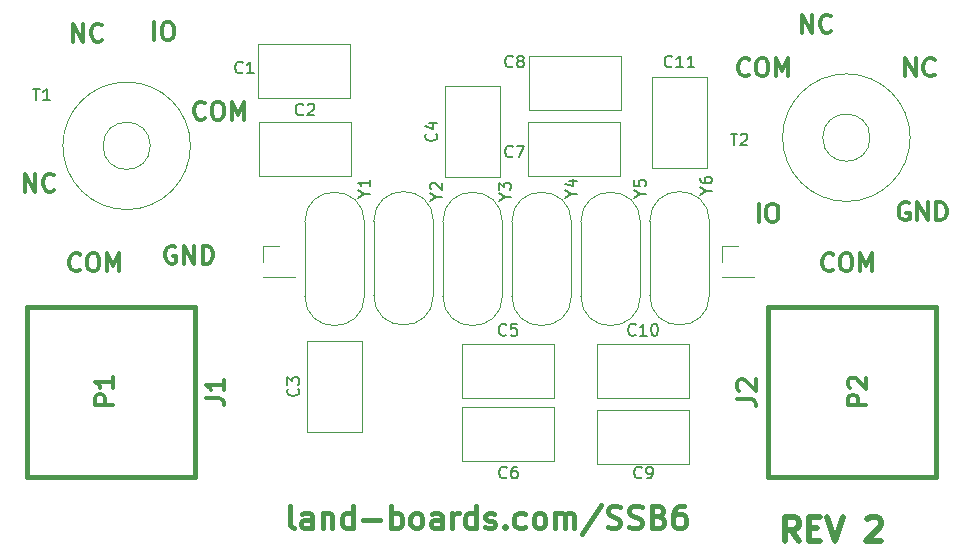
<source format=gto>
G04 #@! TF.GenerationSoftware,KiCad,Pcbnew,(5.1.10)-1*
G04 #@! TF.CreationDate,2021-10-22T12:58:51-04:00*
G04 #@! TF.ProjectId,SSB6,53534236-2e6b-4696-9361-645f70636258,1*
G04 #@! TF.SameCoordinates,PX8c7ecc0PY46649b0*
G04 #@! TF.FileFunction,Legend,Top*
G04 #@! TF.FilePolarity,Positive*
%FSLAX46Y46*%
G04 Gerber Fmt 4.6, Leading zero omitted, Abs format (unit mm)*
G04 Created by KiCad (PCBNEW (5.1.10)-1) date 2021-10-22 12:58:51*
%MOMM*%
%LPD*%
G01*
G04 APERTURE LIST*
%ADD10C,0.304800*%
%ADD11C,0.500000*%
%ADD12C,0.412750*%
%ADD13C,0.381000*%
%ADD14C,0.120000*%
%ADD15C,0.150000*%
G04 APERTURE END LIST*
D10*
X-109508429Y24723572D02*
X-109508429Y26247572D01*
X-108637572Y24723572D01*
X-108637572Y26247572D01*
X-107041000Y24868715D02*
X-107113572Y24796143D01*
X-107331286Y24723572D01*
X-107476429Y24723572D01*
X-107694143Y24796143D01*
X-107839286Y24941286D01*
X-107911858Y25086429D01*
X-107984429Y25376715D01*
X-107984429Y25594429D01*
X-107911858Y25884715D01*
X-107839286Y26029858D01*
X-107694143Y26175000D01*
X-107476429Y26247572D01*
X-107331286Y26247572D01*
X-107113572Y26175000D01*
X-107041000Y26102429D01*
X-113572429Y12023572D02*
X-113572429Y13547572D01*
X-112701572Y12023572D01*
X-112701572Y13547572D01*
X-111105000Y12168715D02*
X-111177572Y12096143D01*
X-111395286Y12023572D01*
X-111540429Y12023572D01*
X-111758143Y12096143D01*
X-111903286Y12241286D01*
X-111975858Y12386429D01*
X-112048429Y12676715D01*
X-112048429Y12894429D01*
X-111975858Y13184715D01*
X-111903286Y13329858D01*
X-111758143Y13475000D01*
X-111540429Y13547572D01*
X-111395286Y13547572D01*
X-111177572Y13475000D01*
X-111105000Y13402429D01*
X-47786429Y25485572D02*
X-47786429Y27009572D01*
X-46915572Y25485572D01*
X-46915572Y27009572D01*
X-45319000Y25630715D02*
X-45391572Y25558143D01*
X-45609286Y25485572D01*
X-45754429Y25485572D01*
X-45972143Y25558143D01*
X-46117286Y25703286D01*
X-46189858Y25848429D01*
X-46262429Y26138715D01*
X-46262429Y26356429D01*
X-46189858Y26646715D01*
X-46117286Y26791858D01*
X-45972143Y26937000D01*
X-45754429Y27009572D01*
X-45609286Y27009572D01*
X-45391572Y26937000D01*
X-45319000Y26864429D01*
X-39023429Y21802572D02*
X-39023429Y23326572D01*
X-38152572Y21802572D01*
X-38152572Y23326572D01*
X-36556000Y21947715D02*
X-36628572Y21875143D01*
X-36846286Y21802572D01*
X-36991429Y21802572D01*
X-37209143Y21875143D01*
X-37354286Y22020286D01*
X-37426858Y22165429D01*
X-37499429Y22455715D01*
X-37499429Y22673429D01*
X-37426858Y22963715D01*
X-37354286Y23108858D01*
X-37209143Y23254000D01*
X-36991429Y23326572D01*
X-36846286Y23326572D01*
X-36628572Y23254000D01*
X-36556000Y23181429D01*
X-100836143Y7379000D02*
X-100981286Y7451572D01*
X-101199000Y7451572D01*
X-101416715Y7379000D01*
X-101561858Y7233858D01*
X-101634429Y7088715D01*
X-101707000Y6798429D01*
X-101707000Y6580715D01*
X-101634429Y6290429D01*
X-101561858Y6145286D01*
X-101416715Y6000143D01*
X-101199000Y5927572D01*
X-101053858Y5927572D01*
X-100836143Y6000143D01*
X-100763572Y6072715D01*
X-100763572Y6580715D01*
X-101053858Y6580715D01*
X-100110429Y5927572D02*
X-100110429Y7451572D01*
X-99239572Y5927572D01*
X-99239572Y7451572D01*
X-98513858Y5927572D02*
X-98513858Y7451572D01*
X-98151000Y7451572D01*
X-97933286Y7379000D01*
X-97788143Y7233858D01*
X-97715572Y7088715D01*
X-97643000Y6798429D01*
X-97643000Y6580715D01*
X-97715572Y6290429D01*
X-97788143Y6145286D01*
X-97933286Y6000143D01*
X-98151000Y5927572D01*
X-98513858Y5927572D01*
X-102632286Y24850572D02*
X-102632286Y26374572D01*
X-101616286Y26374572D02*
X-101326000Y26374572D01*
X-101180858Y26302000D01*
X-101035715Y26156858D01*
X-100963143Y25866572D01*
X-100963143Y25358572D01*
X-101035715Y25068286D01*
X-101180858Y24923143D01*
X-101326000Y24850572D01*
X-101616286Y24850572D01*
X-101761429Y24923143D01*
X-101906572Y25068286D01*
X-101979143Y25358572D01*
X-101979143Y25866572D01*
X-101906572Y26156858D01*
X-101761429Y26302000D01*
X-101616286Y26374572D01*
X-108873429Y5437715D02*
X-108946000Y5365143D01*
X-109163715Y5292572D01*
X-109308858Y5292572D01*
X-109526572Y5365143D01*
X-109671715Y5510286D01*
X-109744286Y5655429D01*
X-109816858Y5945715D01*
X-109816858Y6163429D01*
X-109744286Y6453715D01*
X-109671715Y6598858D01*
X-109526572Y6744000D01*
X-109308858Y6816572D01*
X-109163715Y6816572D01*
X-108946000Y6744000D01*
X-108873429Y6671429D01*
X-107930000Y6816572D02*
X-107639715Y6816572D01*
X-107494572Y6744000D01*
X-107349429Y6598858D01*
X-107276858Y6308572D01*
X-107276858Y5800572D01*
X-107349429Y5510286D01*
X-107494572Y5365143D01*
X-107639715Y5292572D01*
X-107930000Y5292572D01*
X-108075143Y5365143D01*
X-108220286Y5510286D01*
X-108292858Y5800572D01*
X-108292858Y6308572D01*
X-108220286Y6598858D01*
X-108075143Y6744000D01*
X-107930000Y6816572D01*
X-106623715Y5292572D02*
X-106623715Y6816572D01*
X-106115715Y5728000D01*
X-105607715Y6816572D01*
X-105607715Y5292572D01*
X-98332429Y18264715D02*
X-98405000Y18192143D01*
X-98622715Y18119572D01*
X-98767858Y18119572D01*
X-98985572Y18192143D01*
X-99130715Y18337286D01*
X-99203286Y18482429D01*
X-99275858Y18772715D01*
X-99275858Y18990429D01*
X-99203286Y19280715D01*
X-99130715Y19425858D01*
X-98985572Y19571000D01*
X-98767858Y19643572D01*
X-98622715Y19643572D01*
X-98405000Y19571000D01*
X-98332429Y19498429D01*
X-97389000Y19643572D02*
X-97098715Y19643572D01*
X-96953572Y19571000D01*
X-96808429Y19425858D01*
X-96735858Y19135572D01*
X-96735858Y18627572D01*
X-96808429Y18337286D01*
X-96953572Y18192143D01*
X-97098715Y18119572D01*
X-97389000Y18119572D01*
X-97534143Y18192143D01*
X-97679286Y18337286D01*
X-97751858Y18627572D01*
X-97751858Y19135572D01*
X-97679286Y19425858D01*
X-97534143Y19571000D01*
X-97389000Y19643572D01*
X-96082715Y18119572D02*
X-96082715Y19643572D01*
X-95574715Y18555000D01*
X-95066715Y19643572D01*
X-95066715Y18119572D01*
X-52231429Y21947715D02*
X-52304000Y21875143D01*
X-52521715Y21802572D01*
X-52666858Y21802572D01*
X-52884572Y21875143D01*
X-53029715Y22020286D01*
X-53102286Y22165429D01*
X-53174858Y22455715D01*
X-53174858Y22673429D01*
X-53102286Y22963715D01*
X-53029715Y23108858D01*
X-52884572Y23254000D01*
X-52666858Y23326572D01*
X-52521715Y23326572D01*
X-52304000Y23254000D01*
X-52231429Y23181429D01*
X-51288000Y23326572D02*
X-50997715Y23326572D01*
X-50852572Y23254000D01*
X-50707429Y23108858D01*
X-50634858Y22818572D01*
X-50634858Y22310572D01*
X-50707429Y22020286D01*
X-50852572Y21875143D01*
X-50997715Y21802572D01*
X-51288000Y21802572D01*
X-51433143Y21875143D01*
X-51578286Y22020286D01*
X-51650858Y22310572D01*
X-51650858Y22818572D01*
X-51578286Y23108858D01*
X-51433143Y23254000D01*
X-51288000Y23326572D01*
X-49981715Y21802572D02*
X-49981715Y23326572D01*
X-49473715Y22238000D01*
X-48965715Y23326572D01*
X-48965715Y21802572D01*
X-51451286Y9483572D02*
X-51451286Y11007572D01*
X-50435286Y11007572D02*
X-50145000Y11007572D01*
X-49999858Y10935000D01*
X-49854715Y10789858D01*
X-49782143Y10499572D01*
X-49782143Y9991572D01*
X-49854715Y9701286D01*
X-49999858Y9556143D01*
X-50145000Y9483572D01*
X-50435286Y9483572D01*
X-50580429Y9556143D01*
X-50725572Y9701286D01*
X-50798143Y9991572D01*
X-50798143Y10499572D01*
X-50725572Y10789858D01*
X-50580429Y10935000D01*
X-50435286Y11007572D01*
X-45119429Y5437715D02*
X-45192000Y5365143D01*
X-45409715Y5292572D01*
X-45554858Y5292572D01*
X-45772572Y5365143D01*
X-45917715Y5510286D01*
X-45990286Y5655429D01*
X-46062858Y5945715D01*
X-46062858Y6163429D01*
X-45990286Y6453715D01*
X-45917715Y6598858D01*
X-45772572Y6744000D01*
X-45554858Y6816572D01*
X-45409715Y6816572D01*
X-45192000Y6744000D01*
X-45119429Y6671429D01*
X-44176000Y6816572D02*
X-43885715Y6816572D01*
X-43740572Y6744000D01*
X-43595429Y6598858D01*
X-43522858Y6308572D01*
X-43522858Y5800572D01*
X-43595429Y5510286D01*
X-43740572Y5365143D01*
X-43885715Y5292572D01*
X-44176000Y5292572D01*
X-44321143Y5365143D01*
X-44466286Y5510286D01*
X-44538858Y5800572D01*
X-44538858Y6308572D01*
X-44466286Y6598858D01*
X-44321143Y6744000D01*
X-44176000Y6816572D01*
X-42869715Y5292572D02*
X-42869715Y6816572D01*
X-42361715Y5728000D01*
X-41853715Y6816572D01*
X-41853715Y5292572D01*
X-38733143Y11062000D02*
X-38878286Y11134572D01*
X-39096000Y11134572D01*
X-39313715Y11062000D01*
X-39458858Y10916858D01*
X-39531429Y10771715D01*
X-39604000Y10481429D01*
X-39604000Y10263715D01*
X-39531429Y9973429D01*
X-39458858Y9828286D01*
X-39313715Y9683143D01*
X-39096000Y9610572D01*
X-38950858Y9610572D01*
X-38733143Y9683143D01*
X-38660572Y9755715D01*
X-38660572Y10263715D01*
X-38950858Y10263715D01*
X-38007429Y9610572D02*
X-38007429Y11134572D01*
X-37136572Y9610572D01*
X-37136572Y11134572D01*
X-36410858Y9610572D02*
X-36410858Y11134572D01*
X-36048000Y11134572D01*
X-35830286Y11062000D01*
X-35685143Y10916858D01*
X-35612572Y10771715D01*
X-35540000Y10481429D01*
X-35540000Y10263715D01*
X-35612572Y9973429D01*
X-35685143Y9828286D01*
X-35830286Y9683143D01*
X-36048000Y9610572D01*
X-36410858Y9610572D01*
D11*
X-48049143Y-17528761D02*
X-48715810Y-16576380D01*
X-49192000Y-17528761D02*
X-49192000Y-15528761D01*
X-48430096Y-15528761D01*
X-48239620Y-15624000D01*
X-48144381Y-15719238D01*
X-48049143Y-15909714D01*
X-48049143Y-16195428D01*
X-48144381Y-16385904D01*
X-48239620Y-16481142D01*
X-48430096Y-16576380D01*
X-49192000Y-16576380D01*
X-47192000Y-16481142D02*
X-46525334Y-16481142D01*
X-46239620Y-17528761D02*
X-47192000Y-17528761D01*
X-47192000Y-15528761D01*
X-46239620Y-15528761D01*
X-45668191Y-15528761D02*
X-45001524Y-17528761D01*
X-44334858Y-15528761D01*
X-42239620Y-15719238D02*
X-42144381Y-15624000D01*
X-41953905Y-15528761D01*
X-41477715Y-15528761D01*
X-41287239Y-15624000D01*
X-41192000Y-15719238D01*
X-41096762Y-15909714D01*
X-41096762Y-16100190D01*
X-41192000Y-16385904D01*
X-42334858Y-17528761D01*
X-41096762Y-17528761D01*
D12*
X-90821286Y-16469785D02*
X-91002715Y-16379071D01*
X-91093429Y-16197642D01*
X-91093429Y-14564785D01*
X-89279143Y-16469785D02*
X-89279143Y-15471928D01*
X-89369858Y-15290500D01*
X-89551286Y-15199785D01*
X-89914143Y-15199785D01*
X-90095572Y-15290500D01*
X-89279143Y-16379071D02*
X-89460572Y-16469785D01*
X-89914143Y-16469785D01*
X-90095572Y-16379071D01*
X-90186286Y-16197642D01*
X-90186286Y-16016214D01*
X-90095572Y-15834785D01*
X-89914143Y-15744071D01*
X-89460572Y-15744071D01*
X-89279143Y-15653357D01*
X-88372000Y-15199785D02*
X-88372000Y-16469785D01*
X-88372000Y-15381214D02*
X-88281286Y-15290500D01*
X-88099858Y-15199785D01*
X-87827715Y-15199785D01*
X-87646286Y-15290500D01*
X-87555572Y-15471928D01*
X-87555572Y-16469785D01*
X-85832000Y-16469785D02*
X-85832000Y-14564785D01*
X-85832000Y-16379071D02*
X-86013429Y-16469785D01*
X-86376286Y-16469785D01*
X-86557715Y-16379071D01*
X-86648429Y-16288357D01*
X-86739143Y-16106928D01*
X-86739143Y-15562642D01*
X-86648429Y-15381214D01*
X-86557715Y-15290500D01*
X-86376286Y-15199785D01*
X-86013429Y-15199785D01*
X-85832000Y-15290500D01*
X-84924858Y-15744071D02*
X-83473429Y-15744071D01*
X-82566286Y-16469785D02*
X-82566286Y-14564785D01*
X-82566286Y-15290500D02*
X-82384858Y-15199785D01*
X-82022000Y-15199785D01*
X-81840572Y-15290500D01*
X-81749858Y-15381214D01*
X-81659143Y-15562642D01*
X-81659143Y-16106928D01*
X-81749858Y-16288357D01*
X-81840572Y-16379071D01*
X-82022000Y-16469785D01*
X-82384858Y-16469785D01*
X-82566286Y-16379071D01*
X-80570572Y-16469785D02*
X-80752000Y-16379071D01*
X-80842715Y-16288357D01*
X-80933429Y-16106928D01*
X-80933429Y-15562642D01*
X-80842715Y-15381214D01*
X-80752000Y-15290500D01*
X-80570572Y-15199785D01*
X-80298429Y-15199785D01*
X-80117000Y-15290500D01*
X-80026286Y-15381214D01*
X-79935572Y-15562642D01*
X-79935572Y-16106928D01*
X-80026286Y-16288357D01*
X-80117000Y-16379071D01*
X-80298429Y-16469785D01*
X-80570572Y-16469785D01*
X-78302715Y-16469785D02*
X-78302715Y-15471928D01*
X-78393429Y-15290500D01*
X-78574858Y-15199785D01*
X-78937715Y-15199785D01*
X-79119143Y-15290500D01*
X-78302715Y-16379071D02*
X-78484143Y-16469785D01*
X-78937715Y-16469785D01*
X-79119143Y-16379071D01*
X-79209858Y-16197642D01*
X-79209858Y-16016214D01*
X-79119143Y-15834785D01*
X-78937715Y-15744071D01*
X-78484143Y-15744071D01*
X-78302715Y-15653357D01*
X-77395572Y-16469785D02*
X-77395572Y-15199785D01*
X-77395572Y-15562642D02*
X-77304858Y-15381214D01*
X-77214143Y-15290500D01*
X-77032715Y-15199785D01*
X-76851286Y-15199785D01*
X-75399858Y-16469785D02*
X-75399858Y-14564785D01*
X-75399858Y-16379071D02*
X-75581286Y-16469785D01*
X-75944143Y-16469785D01*
X-76125572Y-16379071D01*
X-76216286Y-16288357D01*
X-76307000Y-16106928D01*
X-76307000Y-15562642D01*
X-76216286Y-15381214D01*
X-76125572Y-15290500D01*
X-75944143Y-15199785D01*
X-75581286Y-15199785D01*
X-75399858Y-15290500D01*
X-74583429Y-16379071D02*
X-74402000Y-16469785D01*
X-74039143Y-16469785D01*
X-73857715Y-16379071D01*
X-73767000Y-16197642D01*
X-73767000Y-16106928D01*
X-73857715Y-15925500D01*
X-74039143Y-15834785D01*
X-74311286Y-15834785D01*
X-74492715Y-15744071D01*
X-74583429Y-15562642D01*
X-74583429Y-15471928D01*
X-74492715Y-15290500D01*
X-74311286Y-15199785D01*
X-74039143Y-15199785D01*
X-73857715Y-15290500D01*
X-72950572Y-16288357D02*
X-72859858Y-16379071D01*
X-72950572Y-16469785D01*
X-73041286Y-16379071D01*
X-72950572Y-16288357D01*
X-72950572Y-16469785D01*
X-71227000Y-16379071D02*
X-71408429Y-16469785D01*
X-71771286Y-16469785D01*
X-71952715Y-16379071D01*
X-72043429Y-16288357D01*
X-72134143Y-16106928D01*
X-72134143Y-15562642D01*
X-72043429Y-15381214D01*
X-71952715Y-15290500D01*
X-71771286Y-15199785D01*
X-71408429Y-15199785D01*
X-71227000Y-15290500D01*
X-70138429Y-16469785D02*
X-70319858Y-16379071D01*
X-70410572Y-16288357D01*
X-70501286Y-16106928D01*
X-70501286Y-15562642D01*
X-70410572Y-15381214D01*
X-70319858Y-15290500D01*
X-70138429Y-15199785D01*
X-69866286Y-15199785D01*
X-69684858Y-15290500D01*
X-69594143Y-15381214D01*
X-69503429Y-15562642D01*
X-69503429Y-16106928D01*
X-69594143Y-16288357D01*
X-69684858Y-16379071D01*
X-69866286Y-16469785D01*
X-70138429Y-16469785D01*
X-68687000Y-16469785D02*
X-68687000Y-15199785D01*
X-68687000Y-15381214D02*
X-68596286Y-15290500D01*
X-68414858Y-15199785D01*
X-68142715Y-15199785D01*
X-67961286Y-15290500D01*
X-67870572Y-15471928D01*
X-67870572Y-16469785D01*
X-67870572Y-15471928D02*
X-67779858Y-15290500D01*
X-67598429Y-15199785D01*
X-67326286Y-15199785D01*
X-67144858Y-15290500D01*
X-67054143Y-15471928D01*
X-67054143Y-16469785D01*
X-64786286Y-14474071D02*
X-66419143Y-16923357D01*
X-64242000Y-16379071D02*
X-63969858Y-16469785D01*
X-63516286Y-16469785D01*
X-63334858Y-16379071D01*
X-63244143Y-16288357D01*
X-63153429Y-16106928D01*
X-63153429Y-15925500D01*
X-63244143Y-15744071D01*
X-63334858Y-15653357D01*
X-63516286Y-15562642D01*
X-63879143Y-15471928D01*
X-64060572Y-15381214D01*
X-64151286Y-15290500D01*
X-64242000Y-15109071D01*
X-64242000Y-14927642D01*
X-64151286Y-14746214D01*
X-64060572Y-14655500D01*
X-63879143Y-14564785D01*
X-63425572Y-14564785D01*
X-63153429Y-14655500D01*
X-62427715Y-16379071D02*
X-62155572Y-16469785D01*
X-61702000Y-16469785D01*
X-61520572Y-16379071D01*
X-61429858Y-16288357D01*
X-61339143Y-16106928D01*
X-61339143Y-15925500D01*
X-61429858Y-15744071D01*
X-61520572Y-15653357D01*
X-61702000Y-15562642D01*
X-62064858Y-15471928D01*
X-62246286Y-15381214D01*
X-62337000Y-15290500D01*
X-62427715Y-15109071D01*
X-62427715Y-14927642D01*
X-62337000Y-14746214D01*
X-62246286Y-14655500D01*
X-62064858Y-14564785D01*
X-61611286Y-14564785D01*
X-61339143Y-14655500D01*
X-59887715Y-15471928D02*
X-59615572Y-15562642D01*
X-59524858Y-15653357D01*
X-59434143Y-15834785D01*
X-59434143Y-16106928D01*
X-59524858Y-16288357D01*
X-59615572Y-16379071D01*
X-59797000Y-16469785D01*
X-60522715Y-16469785D01*
X-60522715Y-14564785D01*
X-59887715Y-14564785D01*
X-59706286Y-14655500D01*
X-59615572Y-14746214D01*
X-59524858Y-14927642D01*
X-59524858Y-15109071D01*
X-59615572Y-15290500D01*
X-59706286Y-15381214D01*
X-59887715Y-15471928D01*
X-60522715Y-15471928D01*
X-57801286Y-14564785D02*
X-58164143Y-14564785D01*
X-58345572Y-14655500D01*
X-58436286Y-14746214D01*
X-58617715Y-15018357D01*
X-58708429Y-15381214D01*
X-58708429Y-16106928D01*
X-58617715Y-16288357D01*
X-58527000Y-16379071D01*
X-58345572Y-16469785D01*
X-57982715Y-16469785D01*
X-57801286Y-16379071D01*
X-57710572Y-16288357D01*
X-57619858Y-16106928D01*
X-57619858Y-15653357D01*
X-57710572Y-15471928D01*
X-57801286Y-15381214D01*
X-57982715Y-15290500D01*
X-58345572Y-15290500D01*
X-58527000Y-15381214D01*
X-58617715Y-15471928D01*
X-58708429Y-15653357D01*
D13*
X-50645380Y2248200D02*
X-50645380Y-12151060D01*
X-36426460Y-12151060D02*
X-50627600Y-12151060D01*
X-36431540Y2253280D02*
X-36431540Y-12145980D01*
X-50627600Y2248200D02*
X-36426460Y2248200D01*
X-99174620Y-12128200D02*
X-99174620Y2271060D01*
X-113393540Y2271060D02*
X-99192400Y2271060D01*
X-113388460Y-12133280D02*
X-113388460Y2265980D01*
X-99192400Y-12128200D02*
X-113393540Y-12128200D01*
D14*
X-86066000Y24559000D02*
X-86066000Y19917000D01*
X-93806000Y24559000D02*
X-93806000Y19917000D01*
X-93806000Y19917000D02*
X-86066000Y19917000D01*
X-93806000Y24559000D02*
X-86066000Y24559000D01*
X-85986000Y13313000D02*
X-93726000Y13313000D01*
X-85986000Y17955000D02*
X-93726000Y17955000D01*
X-85986000Y13313000D02*
X-85986000Y17955000D01*
X-93726000Y13313000D02*
X-93726000Y17955000D01*
X-89677000Y-602000D02*
X-85035000Y-602000D01*
X-89677000Y-8342000D02*
X-85035000Y-8342000D01*
X-85035000Y-8342000D02*
X-85035000Y-602000D01*
X-89677000Y-8342000D02*
X-89677000Y-602000D01*
X-77993000Y20988000D02*
X-73351000Y20988000D01*
X-77993000Y13248000D02*
X-73351000Y13248000D01*
X-73351000Y13248000D02*
X-73351000Y20988000D01*
X-77993000Y13248000D02*
X-77993000Y20988000D01*
X-76534000Y-841000D02*
X-68794000Y-841000D01*
X-76534000Y-5483000D02*
X-68794000Y-5483000D01*
X-76534000Y-841000D02*
X-76534000Y-5483000D01*
X-68794000Y-841000D02*
X-68794000Y-5483000D01*
X-76534000Y-6175000D02*
X-68794000Y-6175000D01*
X-76534000Y-10817000D02*
X-68794000Y-10817000D01*
X-76534000Y-6175000D02*
X-76534000Y-10817000D01*
X-68794000Y-6175000D02*
X-68794000Y-10817000D01*
X-70946000Y17955000D02*
X-63206000Y17955000D01*
X-70946000Y13313000D02*
X-63206000Y13313000D01*
X-70946000Y17955000D02*
X-70946000Y13313000D01*
X-63206000Y17955000D02*
X-63206000Y13313000D01*
X-70866000Y18901000D02*
X-70866000Y23543000D01*
X-63126000Y18901000D02*
X-63126000Y23543000D01*
X-63126000Y23543000D02*
X-70866000Y23543000D01*
X-63126000Y18901000D02*
X-70866000Y18901000D01*
X-57364000Y-6429000D02*
X-57364000Y-11071000D01*
X-65104000Y-6429000D02*
X-65104000Y-11071000D01*
X-65104000Y-11071000D02*
X-57364000Y-11071000D01*
X-65104000Y-6429000D02*
X-57364000Y-6429000D01*
X-57364000Y-841000D02*
X-57364000Y-5483000D01*
X-65104000Y-841000D02*
X-65104000Y-5483000D01*
X-65104000Y-5483000D02*
X-57364000Y-5483000D01*
X-65104000Y-841000D02*
X-57364000Y-841000D01*
X-60467000Y14010000D02*
X-60467000Y21750000D01*
X-55825000Y14010000D02*
X-55825000Y21750000D01*
X-60467000Y14010000D02*
X-55825000Y14010000D01*
X-60467000Y21750000D02*
X-55825000Y21750000D01*
X-89881000Y9461000D02*
X-89881000Y3211000D01*
X-84831000Y9461000D02*
X-84831000Y3211000D01*
X-89881000Y9461000D02*
G75*
G02*
X-84831000Y9461000I2525000J0D01*
G01*
X-89881000Y3211000D02*
G75*
G03*
X-84831000Y3211000I2525000J0D01*
G01*
X-78197000Y9461000D02*
X-78197000Y3211000D01*
X-73147000Y9461000D02*
X-73147000Y3211000D01*
X-78197000Y9461000D02*
G75*
G02*
X-73147000Y9461000I2525000J0D01*
G01*
X-78197000Y3211000D02*
G75*
G03*
X-73147000Y3211000I2525000J0D01*
G01*
X-67305000Y9461000D02*
X-67305000Y3211000D01*
X-72355000Y9461000D02*
X-72355000Y3211000D01*
X-72355000Y3211000D02*
G75*
G03*
X-67305000Y3211000I2525000J0D01*
G01*
X-72355000Y9461000D02*
G75*
G02*
X-67305000Y9461000I2525000J0D01*
G01*
X-66513000Y9461000D02*
X-66513000Y3211000D01*
X-61463000Y9461000D02*
X-61463000Y3211000D01*
X-66513000Y9461000D02*
G75*
G02*
X-61463000Y9461000I2525000J0D01*
G01*
X-66513000Y3211000D02*
G75*
G03*
X-61463000Y3211000I2525000J0D01*
G01*
X-60671000Y3265000D02*
X-60671000Y9515000D01*
X-55621000Y3265000D02*
X-55621000Y9515000D01*
X-55621000Y9515000D02*
G75*
G03*
X-60671000Y9515000I-2525000J0D01*
G01*
X-55621000Y3265000D02*
G75*
G02*
X-60671000Y3265000I-2525000J0D01*
G01*
X-78989000Y3265000D02*
X-78989000Y9515000D01*
X-84039000Y3265000D02*
X-84039000Y9515000D01*
X-78989000Y3265000D02*
G75*
G02*
X-84039000Y3265000I-2525000J0D01*
G01*
X-78989000Y9515000D02*
G75*
G03*
X-84039000Y9515000I-2525000J0D01*
G01*
X-102958502Y15911000D02*
G75*
G03*
X-102958502Y15911000I-2002498J0D01*
G01*
X-99561000Y15911000D02*
G75*
G03*
X-99561000Y15911000I-5400000J0D01*
G01*
X-38626000Y16602000D02*
G75*
G03*
X-38626000Y16602000I-5400000J0D01*
G01*
X-42023502Y16602000D02*
G75*
G03*
X-42023502Y16602000I-2002498J0D01*
G01*
X-93385000Y4779000D02*
X-90725000Y4779000D01*
X-93385000Y4839000D02*
X-93385000Y4779000D01*
X-90725000Y4839000D02*
X-90725000Y4779000D01*
X-93385000Y4839000D02*
X-90725000Y4839000D01*
X-93385000Y6109000D02*
X-93385000Y7439000D01*
X-93385000Y7439000D02*
X-92055000Y7439000D01*
X-54523000Y7439000D02*
X-53193000Y7439000D01*
X-54523000Y6109000D02*
X-54523000Y7439000D01*
X-54523000Y4839000D02*
X-51863000Y4839000D01*
X-51863000Y4839000D02*
X-51863000Y4779000D01*
X-54523000Y4839000D02*
X-54523000Y4779000D01*
X-54523000Y4779000D02*
X-51863000Y4779000D01*
D10*
X-53297020Y-5515733D02*
X-52117734Y-5515733D01*
X-51881877Y-5594352D01*
X-51724639Y-5751590D01*
X-51646020Y-5987447D01*
X-51646020Y-6144685D01*
X-53139781Y-4808161D02*
X-53218400Y-4729542D01*
X-53297020Y-4572304D01*
X-53297020Y-4179209D01*
X-53218400Y-4021971D01*
X-53139781Y-3943352D01*
X-52982543Y-3864733D01*
X-52825305Y-3864733D01*
X-52589448Y-3943352D01*
X-51646020Y-4886780D01*
X-51646020Y-3864733D01*
X-98261672Y-5422600D02*
X-97173100Y-5422600D01*
X-96955386Y-5495171D01*
X-96810243Y-5640314D01*
X-96737672Y-5858028D01*
X-96737672Y-6003171D01*
X-96737672Y-3898600D02*
X-96737672Y-4769457D01*
X-96737672Y-4334028D02*
X-98261672Y-4334028D01*
X-98043958Y-4479171D01*
X-97898815Y-4624314D01*
X-97826243Y-4769457D01*
D15*
X-95142667Y22134858D02*
X-95190286Y22087239D01*
X-95333143Y22039620D01*
X-95428381Y22039620D01*
X-95571239Y22087239D01*
X-95666477Y22182477D01*
X-95714096Y22277715D01*
X-95761715Y22468191D01*
X-95761715Y22611048D01*
X-95714096Y22801524D01*
X-95666477Y22896762D01*
X-95571239Y22992000D01*
X-95428381Y23039620D01*
X-95333143Y23039620D01*
X-95190286Y22992000D01*
X-95142667Y22944381D01*
X-94190286Y22039620D02*
X-94761715Y22039620D01*
X-94476000Y22039620D02*
X-94476000Y23039620D01*
X-94571239Y22896762D01*
X-94666477Y22801524D01*
X-94761715Y22753905D01*
X-90022667Y18578858D02*
X-90070286Y18531239D01*
X-90213143Y18483620D01*
X-90308381Y18483620D01*
X-90451239Y18531239D01*
X-90546477Y18626477D01*
X-90594096Y18721715D01*
X-90641715Y18912191D01*
X-90641715Y19055048D01*
X-90594096Y19245524D01*
X-90546477Y19340762D01*
X-90451239Y19436000D01*
X-90308381Y19483620D01*
X-90213143Y19483620D01*
X-90070286Y19436000D01*
X-90022667Y19388381D01*
X-89641715Y19388381D02*
X-89594096Y19436000D01*
X-89498858Y19483620D01*
X-89260762Y19483620D01*
X-89165524Y19436000D01*
X-89117905Y19388381D01*
X-89070286Y19293143D01*
X-89070286Y19197905D01*
X-89117905Y19055048D01*
X-89689334Y18483620D01*
X-89070286Y18483620D01*
X-90448858Y-4638666D02*
X-90401239Y-4686285D01*
X-90353620Y-4829142D01*
X-90353620Y-4924380D01*
X-90401239Y-5067238D01*
X-90496477Y-5162476D01*
X-90591715Y-5210095D01*
X-90782191Y-5257714D01*
X-90925048Y-5257714D01*
X-91115524Y-5210095D01*
X-91210762Y-5162476D01*
X-91306000Y-5067238D01*
X-91353620Y-4924380D01*
X-91353620Y-4829142D01*
X-91306000Y-4686285D01*
X-91258381Y-4638666D01*
X-91353620Y-4305333D02*
X-91353620Y-3686285D01*
X-90972667Y-4019619D01*
X-90972667Y-3876761D01*
X-90925048Y-3781523D01*
X-90877429Y-3733904D01*
X-90782191Y-3686285D01*
X-90544096Y-3686285D01*
X-90448858Y-3733904D01*
X-90401239Y-3781523D01*
X-90353620Y-3876761D01*
X-90353620Y-4162476D01*
X-90401239Y-4257714D01*
X-90448858Y-4305333D01*
X-78764858Y16951334D02*
X-78717239Y16903715D01*
X-78669620Y16760858D01*
X-78669620Y16665620D01*
X-78717239Y16522762D01*
X-78812477Y16427524D01*
X-78907715Y16379905D01*
X-79098191Y16332286D01*
X-79241048Y16332286D01*
X-79431524Y16379905D01*
X-79526762Y16427524D01*
X-79622000Y16522762D01*
X-79669620Y16665620D01*
X-79669620Y16760858D01*
X-79622000Y16903715D01*
X-79574381Y16951334D01*
X-79336286Y17808477D02*
X-78669620Y17808477D01*
X-79717239Y17570381D02*
X-79002953Y17332286D01*
X-79002953Y17951334D01*
X-72830667Y-69142D02*
X-72878286Y-116761D01*
X-73021143Y-164380D01*
X-73116381Y-164380D01*
X-73259239Y-116761D01*
X-73354477Y-21523D01*
X-73402096Y73715D01*
X-73449715Y264191D01*
X-73449715Y407048D01*
X-73402096Y597524D01*
X-73354477Y692762D01*
X-73259239Y788000D01*
X-73116381Y835620D01*
X-73021143Y835620D01*
X-72878286Y788000D01*
X-72830667Y740381D01*
X-71925905Y835620D02*
X-72402096Y835620D01*
X-72449715Y359429D01*
X-72402096Y407048D01*
X-72306858Y454667D01*
X-72068762Y454667D01*
X-71973524Y407048D01*
X-71925905Y359429D01*
X-71878286Y264191D01*
X-71878286Y26096D01*
X-71925905Y-69142D01*
X-71973524Y-116761D01*
X-72068762Y-164380D01*
X-72306858Y-164380D01*
X-72402096Y-116761D01*
X-72449715Y-69142D01*
X-72790667Y-12155142D02*
X-72838286Y-12202761D01*
X-72981143Y-12250380D01*
X-73076381Y-12250380D01*
X-73219239Y-12202761D01*
X-73314477Y-12107523D01*
X-73362096Y-12012285D01*
X-73409715Y-11821809D01*
X-73409715Y-11678952D01*
X-73362096Y-11488476D01*
X-73314477Y-11393238D01*
X-73219239Y-11298000D01*
X-73076381Y-11250380D01*
X-72981143Y-11250380D01*
X-72838286Y-11298000D01*
X-72790667Y-11345619D01*
X-71933524Y-11250380D02*
X-72124000Y-11250380D01*
X-72219239Y-11298000D01*
X-72266858Y-11345619D01*
X-72362096Y-11488476D01*
X-72409715Y-11678952D01*
X-72409715Y-12059904D01*
X-72362096Y-12155142D01*
X-72314477Y-12202761D01*
X-72219239Y-12250380D01*
X-72028762Y-12250380D01*
X-71933524Y-12202761D01*
X-71885905Y-12155142D01*
X-71838286Y-12059904D01*
X-71838286Y-11821809D01*
X-71885905Y-11726571D01*
X-71933524Y-11678952D01*
X-72028762Y-11631333D01*
X-72219239Y-11631333D01*
X-72314477Y-11678952D01*
X-72362096Y-11726571D01*
X-72409715Y-11821809D01*
X-72282667Y15022858D02*
X-72330286Y14975239D01*
X-72473143Y14927620D01*
X-72568381Y14927620D01*
X-72711239Y14975239D01*
X-72806477Y15070477D01*
X-72854096Y15165715D01*
X-72901715Y15356191D01*
X-72901715Y15499048D01*
X-72854096Y15689524D01*
X-72806477Y15784762D01*
X-72711239Y15880000D01*
X-72568381Y15927620D01*
X-72473143Y15927620D01*
X-72330286Y15880000D01*
X-72282667Y15832381D01*
X-71949334Y15927620D02*
X-71282667Y15927620D01*
X-71711239Y14927620D01*
X-72282667Y22642858D02*
X-72330286Y22595239D01*
X-72473143Y22547620D01*
X-72568381Y22547620D01*
X-72711239Y22595239D01*
X-72806477Y22690477D01*
X-72854096Y22785715D01*
X-72901715Y22976191D01*
X-72901715Y23119048D01*
X-72854096Y23309524D01*
X-72806477Y23404762D01*
X-72711239Y23500000D01*
X-72568381Y23547620D01*
X-72473143Y23547620D01*
X-72330286Y23500000D01*
X-72282667Y23452381D01*
X-71711239Y23119048D02*
X-71806477Y23166667D01*
X-71854096Y23214286D01*
X-71901715Y23309524D01*
X-71901715Y23357143D01*
X-71854096Y23452381D01*
X-71806477Y23500000D01*
X-71711239Y23547620D01*
X-71520762Y23547620D01*
X-71425524Y23500000D01*
X-71377905Y23452381D01*
X-71330286Y23357143D01*
X-71330286Y23309524D01*
X-71377905Y23214286D01*
X-71425524Y23166667D01*
X-71520762Y23119048D01*
X-71711239Y23119048D01*
X-71806477Y23071429D01*
X-71854096Y23023810D01*
X-71901715Y22928572D01*
X-71901715Y22738096D01*
X-71854096Y22642858D01*
X-71806477Y22595239D01*
X-71711239Y22547620D01*
X-71520762Y22547620D01*
X-71425524Y22595239D01*
X-71377905Y22642858D01*
X-71330286Y22738096D01*
X-71330286Y22928572D01*
X-71377905Y23023810D01*
X-71425524Y23071429D01*
X-71520762Y23119048D01*
X-61360667Y-12155142D02*
X-61408286Y-12202761D01*
X-61551143Y-12250380D01*
X-61646381Y-12250380D01*
X-61789239Y-12202761D01*
X-61884477Y-12107523D01*
X-61932096Y-12012285D01*
X-61979715Y-11821809D01*
X-61979715Y-11678952D01*
X-61932096Y-11488476D01*
X-61884477Y-11393238D01*
X-61789239Y-11298000D01*
X-61646381Y-11250380D01*
X-61551143Y-11250380D01*
X-61408286Y-11298000D01*
X-61360667Y-11345619D01*
X-60884477Y-12250380D02*
X-60694000Y-12250380D01*
X-60598762Y-12202761D01*
X-60551143Y-12155142D01*
X-60455905Y-12012285D01*
X-60408286Y-11821809D01*
X-60408286Y-11440857D01*
X-60455905Y-11345619D01*
X-60503524Y-11298000D01*
X-60598762Y-11250380D01*
X-60789239Y-11250380D01*
X-60884477Y-11298000D01*
X-60932096Y-11345619D01*
X-60979715Y-11440857D01*
X-60979715Y-11678952D01*
X-60932096Y-11774190D01*
X-60884477Y-11821809D01*
X-60789239Y-11869428D01*
X-60598762Y-11869428D01*
X-60503524Y-11821809D01*
X-60455905Y-11774190D01*
X-60408286Y-11678952D01*
X-61876858Y-69142D02*
X-61924477Y-116761D01*
X-62067334Y-164380D01*
X-62162572Y-164380D01*
X-62305429Y-116761D01*
X-62400667Y-21523D01*
X-62448286Y73715D01*
X-62495905Y264191D01*
X-62495905Y407048D01*
X-62448286Y597524D01*
X-62400667Y692762D01*
X-62305429Y788000D01*
X-62162572Y835620D01*
X-62067334Y835620D01*
X-61924477Y788000D01*
X-61876858Y740381D01*
X-60924477Y-164380D02*
X-61495905Y-164380D01*
X-61210191Y-164380D02*
X-61210191Y835620D01*
X-61305429Y692762D01*
X-61400667Y597524D01*
X-61495905Y549905D01*
X-60305429Y835620D02*
X-60210191Y835620D01*
X-60114953Y788000D01*
X-60067334Y740381D01*
X-60019715Y645143D01*
X-59972096Y454667D01*
X-59972096Y216572D01*
X-60019715Y26096D01*
X-60067334Y-69142D01*
X-60114953Y-116761D01*
X-60210191Y-164380D01*
X-60305429Y-164380D01*
X-60400667Y-116761D01*
X-60448286Y-69142D01*
X-60495905Y26096D01*
X-60543524Y216572D01*
X-60543524Y454667D01*
X-60495905Y645143D01*
X-60448286Y740381D01*
X-60400667Y788000D01*
X-60305429Y835620D01*
X-58788858Y22642858D02*
X-58836477Y22595239D01*
X-58979334Y22547620D01*
X-59074572Y22547620D01*
X-59217429Y22595239D01*
X-59312667Y22690477D01*
X-59360286Y22785715D01*
X-59407905Y22976191D01*
X-59407905Y23119048D01*
X-59360286Y23309524D01*
X-59312667Y23404762D01*
X-59217429Y23500000D01*
X-59074572Y23547620D01*
X-58979334Y23547620D01*
X-58836477Y23500000D01*
X-58788858Y23452381D01*
X-57836477Y22547620D02*
X-58407905Y22547620D01*
X-58122191Y22547620D02*
X-58122191Y23547620D01*
X-58217429Y23404762D01*
X-58312667Y23309524D01*
X-58407905Y23261905D01*
X-56884096Y22547620D02*
X-57455524Y22547620D01*
X-57169810Y22547620D02*
X-57169810Y23547620D01*
X-57265048Y23404762D01*
X-57360286Y23309524D01*
X-57455524Y23261905D01*
X-84839810Y11855810D02*
X-84363620Y11855810D01*
X-85363620Y11522477D02*
X-84839810Y11855810D01*
X-85363620Y12189143D01*
X-84363620Y13046286D02*
X-84363620Y12474858D01*
X-84363620Y12760572D02*
X-85363620Y12760572D01*
X-85220762Y12665334D01*
X-85125524Y12570096D01*
X-85077905Y12474858D01*
X-72901810Y11601810D02*
X-72425620Y11601810D01*
X-73425620Y11268477D02*
X-72901810Y11601810D01*
X-73425620Y11935143D01*
X-73425620Y12173239D02*
X-73425620Y12792286D01*
X-73044667Y12458953D01*
X-73044667Y12601810D01*
X-72997048Y12697048D01*
X-72949429Y12744667D01*
X-72854191Y12792286D01*
X-72616096Y12792286D01*
X-72520858Y12744667D01*
X-72473239Y12697048D01*
X-72425620Y12601810D01*
X-72425620Y12316096D01*
X-72473239Y12220858D01*
X-72520858Y12173239D01*
X-67313810Y11855810D02*
X-66837620Y11855810D01*
X-67837620Y11522477D02*
X-67313810Y11855810D01*
X-67837620Y12189143D01*
X-67504286Y12951048D02*
X-66837620Y12951048D01*
X-67885239Y12712953D02*
X-67170953Y12474858D01*
X-67170953Y13093905D01*
X-61471810Y11855810D02*
X-60995620Y11855810D01*
X-61995620Y11522477D02*
X-61471810Y11855810D01*
X-61995620Y12189143D01*
X-61995620Y12998667D02*
X-61995620Y12522477D01*
X-61519429Y12474858D01*
X-61567048Y12522477D01*
X-61614667Y12617715D01*
X-61614667Y12855810D01*
X-61567048Y12951048D01*
X-61519429Y12998667D01*
X-61424191Y13046286D01*
X-61186096Y13046286D01*
X-61090858Y12998667D01*
X-61043239Y12951048D01*
X-60995620Y12855810D01*
X-60995620Y12617715D01*
X-61043239Y12522477D01*
X-61090858Y12474858D01*
X-55883810Y12109810D02*
X-55407620Y12109810D01*
X-56407620Y11776477D02*
X-55883810Y12109810D01*
X-56407620Y12443143D01*
X-56407620Y13205048D02*
X-56407620Y13014572D01*
X-56360000Y12919334D01*
X-56312381Y12871715D01*
X-56169524Y12776477D01*
X-55979048Y12728858D01*
X-55598096Y12728858D01*
X-55502858Y12776477D01*
X-55455239Y12824096D01*
X-55407620Y12919334D01*
X-55407620Y13109810D01*
X-55455239Y13205048D01*
X-55502858Y13252667D01*
X-55598096Y13300286D01*
X-55836191Y13300286D01*
X-55931429Y13252667D01*
X-55979048Y13205048D01*
X-56026667Y13109810D01*
X-56026667Y12919334D01*
X-55979048Y12824096D01*
X-55931429Y12776477D01*
X-55836191Y12728858D01*
X-78743810Y11601810D02*
X-78267620Y11601810D01*
X-79267620Y11268477D02*
X-78743810Y11601810D01*
X-79267620Y11935143D01*
X-79172381Y12220858D02*
X-79220000Y12268477D01*
X-79267620Y12363715D01*
X-79267620Y12601810D01*
X-79220000Y12697048D01*
X-79172381Y12744667D01*
X-79077143Y12792286D01*
X-78981905Y12792286D01*
X-78839048Y12744667D01*
X-78267620Y12173239D01*
X-78267620Y12792286D01*
X-112882905Y20758620D02*
X-112311477Y20758620D01*
X-112597191Y19758620D02*
X-112597191Y20758620D01*
X-111454334Y19758620D02*
X-112025762Y19758620D01*
X-111740048Y19758620D02*
X-111740048Y20758620D01*
X-111835286Y20615762D01*
X-111930524Y20520524D01*
X-112025762Y20472905D01*
X-53827905Y16943620D02*
X-53256477Y16943620D01*
X-53542191Y15943620D02*
X-53542191Y16943620D01*
X-52970762Y16848381D02*
X-52923143Y16896000D01*
X-52827905Y16943620D01*
X-52589810Y16943620D01*
X-52494572Y16896000D01*
X-52446953Y16848381D01*
X-52399334Y16753143D01*
X-52399334Y16657905D01*
X-52446953Y16515048D01*
X-53018381Y15943620D01*
X-52399334Y15943620D01*
D10*
X-106097572Y-6014057D02*
X-107621572Y-6014057D01*
X-107621572Y-5433485D01*
X-107549000Y-5288342D01*
X-107476429Y-5215771D01*
X-107331286Y-5143200D01*
X-107113572Y-5143200D01*
X-106968429Y-5215771D01*
X-106895858Y-5288342D01*
X-106823286Y-5433485D01*
X-106823286Y-6014057D01*
X-106097572Y-3691771D02*
X-106097572Y-4562628D01*
X-106097572Y-4127200D02*
X-107621572Y-4127200D01*
X-107403858Y-4272342D01*
X-107258715Y-4417485D01*
X-107186143Y-4562628D01*
X-42343572Y-6039457D02*
X-43867572Y-6039457D01*
X-43867572Y-5458885D01*
X-43795000Y-5313742D01*
X-43722429Y-5241171D01*
X-43577286Y-5168600D01*
X-43359572Y-5168600D01*
X-43214429Y-5241171D01*
X-43141858Y-5313742D01*
X-43069286Y-5458885D01*
X-43069286Y-6039457D01*
X-43722429Y-4588028D02*
X-43795000Y-4515457D01*
X-43867572Y-4370314D01*
X-43867572Y-4007457D01*
X-43795000Y-3862314D01*
X-43722429Y-3789742D01*
X-43577286Y-3717171D01*
X-43432143Y-3717171D01*
X-43214429Y-3789742D01*
X-42343572Y-4660600D01*
X-42343572Y-3717171D01*
M02*

</source>
